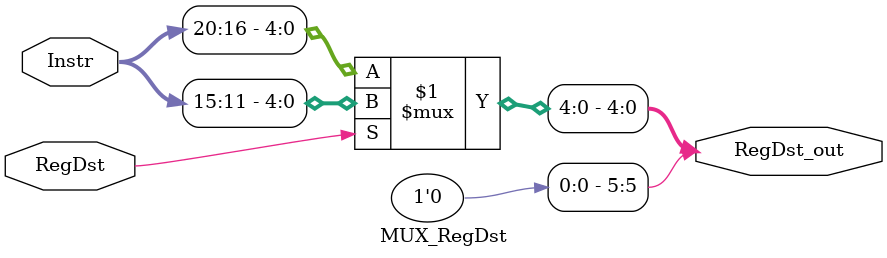
<source format=sv>
module MUX_RegDst(
    input logic RegDst,
    input logic[31:0] Instr,
    output logic[5:0] RegDst_out
);

    assign RegDst_out = RegDst ? Instr[15:11] : Instr[20:16];

endmodule

</source>
